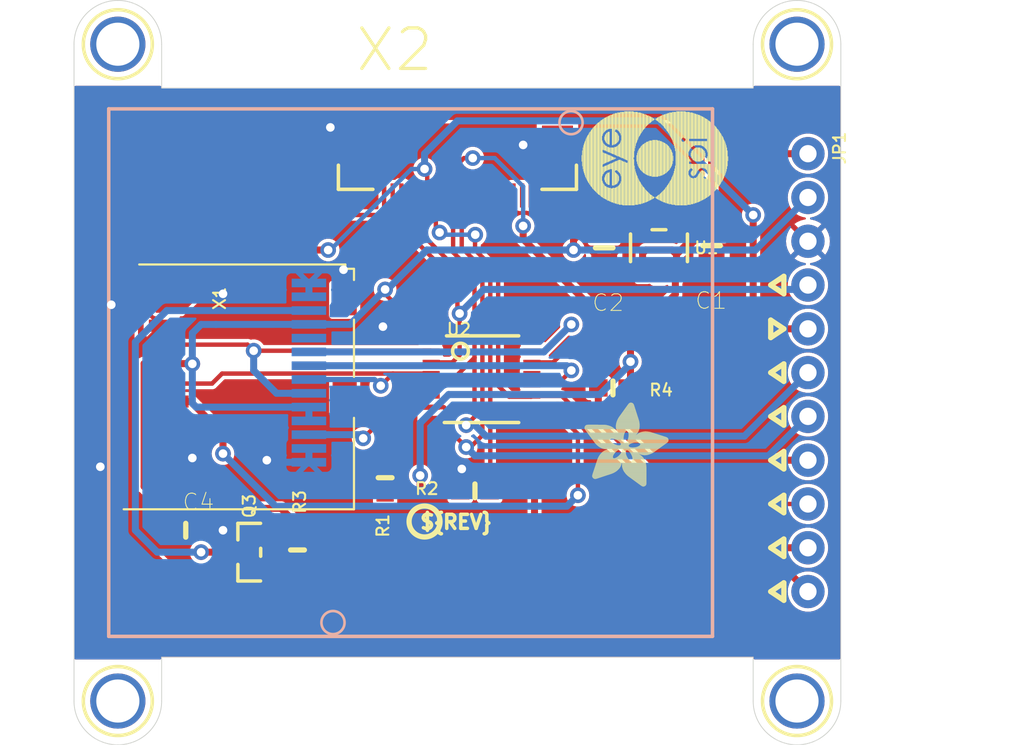
<source format=kicad_pcb>
(kicad_pcb (version 20221018) (generator pcbnew)
  (layers (0 "F.Cu" signal) (1 "In1.Cu" signal) (2 "In2.Cu" signal) (3 "In3.Cu" signal) (4 "In4.Cu" signal) (5 "In5.Cu" signal) (6 "In6.Cu" signal) (7 "In7.Cu" signal) (8 "In8.Cu" signal) (9 "In9.Cu" signal) (10 "In10.Cu" signal) (11 "In11.Cu" signal) (12 "In12.Cu" signal) (13 "In13.Cu" signal) (14 "In14.Cu" signal) (31 "B.Cu" signal) (34 "B.Paste" user) (35 "F.Paste" user) (36 "B.SilkS" user "B.Silkscreen") (37 "F.SilkS" user "F.Silkscreen") (38 "B.Mask" user) (39 "F.Mask" user) (44 "Edge.Cuts" user))
  (net 0 "")
  (net 1 "GND")
  (net 2 "SCK")
  (net 3 "SCK_3V")
  (net 4 "MOSI")
  (net 5 "MOSI_3V")
  (net 6 "MISO")
  (net 7 "+3V3")
  (net 8 "CARDCS")
  (net 9 "CARDCS_3V")
  (net 10 "N$5")
  (net 11 "LITE")
  (net 12 "TFTDC")
  (net 13 "TFTDC_3V")
  (net 14 "TFTCS_3V")
  (net 15 "TFTCS")
  (net 16 "RST_3V")
  (net 17 "VIN")
  (net 18 "TFTRST")
  (footprint "working:PLABEL15" (layer "F.Cu") (at 164.8841 95.3516)
    (fp_text reference "PLABEL15" hide)
    (fp_text value "" hide)
  )
  (footprint "working:PLABEL8" (layer "F.Cu") (at 163.4871 118.2116)
    (fp_text reference "PLABEL8" hide)
    (fp_text value "" hide)
  )
  (footprint "working:MICROSD" (layer "F.Cu") (at 134.9121 106.0196 -90)
    (fp_text reference "X1")
    (fp_text value "MICROSD")
  )
  (footprint "working:PLABEL7" (layer "F.Cu") (at 162.8521 102.9716)
    (fp_text reference "PLABEL7" hide)
    (fp_text value "" hide)
  )
  (footprint "working:MOUNTINGHOLE_2.5_PLATED" (layer "F.Cu") (at 128.8161 124.0536)
    (fp_text reference "U$8" hide)
    (fp_text value "MOUNTINGHOLE2.5" hide)
  )
  (footprint "working:0603-NO" (layer "F.Cu") (at 144.3101 111.0996 -90)
    (fp_text reference "R1")
    (fp_text value "10K")
  )
  (footprint "working:PLABEL11" (layer "F.Cu") (at 143.2941 118.7196)
    (fp_text reference "PLABEL11" hide)
    (fp_text value "" hide)
  )
  (footprint "working:PLABEL6" (layer "F.Cu") (at 163.6141 100.3046)
    (fp_text reference "PLABEL6" hide)
    (fp_text value "" hide)
  )
  (footprint "working:TSSOP16" (layer "F.Cu") (at 149.8981 105.3846 -90)
    (fp_text reference "U2")
    (fp_text value "74HC4050PWR")
  )
  (footprint "working:0805-NO" (layer "F.Cu") (at 157.0101 97.7646 -90)
    (fp_text reference "C2")
    (fp_text value "10uF")
  )
  (footprint "working:EYESPI_MINI_LOGO" (layer "F.Cu") (at 164.2491 95.3516 90)
    (fp_text reference "U$17" hide)
    (fp_text value "" hide)
  )
  (footprint "working:FIDUCIAL_1MM" (layer "F.Cu") (at 168.6941 89.7636)
    (fp_text reference "U$5" hide)
    (fp_text value "FIDUCIAL_1MM" hide)
  )
  (footprint "working:PCBFEAT-REV-040" (layer "F.Cu") (at 146.5961 113.6396)
    (fp_text reference "U$2" hide)
    (fp_text value "" hide)
  )
  (footprint "working:PLABEL2" (layer "F.Cu") (at 163.9951 113.1316)
    (fp_text reference "PLABEL2" hide)
    (fp_text value "" hide)
  )
  (footprint "working:MOUNTINGHOLE_2.5_PLATED" (layer "F.Cu") (at 168.1861 124.0536)
    (fp_text reference "U$10" hide)
    (fp_text value "MOUNTINGHOLE2.5" hide)
  )
  (footprint "working:FIDUCIAL_1MM" (layer "F.Cu") (at 168.6941 120.4976)
    (fp_text reference "U$3" hide)
    (fp_text value "FIDUCIAL_1MM" hide)
  )
  (footprint "working:MOUNTINGHOLE_2.5_PLATED" (layer "F.Cu") (at 128.8161 85.9536)
    (fp_text reference "U$7" hide)
    (fp_text value "MOUNTINGHOLE2.5" hide)
  )
  (footprint "working:SOT23-5" (layer "F.Cu") (at 160.1851 97.7646)
    (fp_text reference "U1")
    (fp_text value "AP2127K-3.3")
  )
  (footprint "working:PLABEL9" (layer "F.Cu") (at 128.9431 98.2726)
    (fp_text reference "PLABEL9" hide)
    (fp_text value "" hide)
  )
  (footprint "working:1X11_ROUND_76" (layer "F.Cu") (at 168.8211 105.0036 -90)
    (fp_text reference "JP1")
    (fp_text value "")
  )
  (footprint "working:PLABEL0" (layer "F.Cu") (at 165.6461 92.6846)
    (fp_text reference "PLABEL0" hide)
    (fp_text value "" hide)
  )
  (footprint "working:SOT23-WIDE" (layer "F.Cu") (at 136.4361 115.4176 90)
    (fp_text reference "Q3")
    (fp_text value "BSS138")
  )
  (footprint "working:0603-NO" (layer "F.Cu") (at 149.5171 111.8616 180)
    (fp_text reference "R2")
    (fp_text value "10K")
  )
  (footprint "working:PLABEL12" (layer "F.Cu") (at 127.0381 120.6246)
    (fp_text reference "PLABEL12" hide)
    (fp_text value "" hide)
  )
  (footprint "working:PLABEL3" (layer "F.Cu") (at 159.9311 115.6716)
    (fp_text reference "PLABEL3" hide)
    (fp_text value "" hide)
  )
  (footprint "working:0603-NO" (layer "F.Cu") (at 132.7531 114.1476)
    (fp_text reference "C4")
    (fp_text value "0.1uF")
  )
  (footprint "working:EYE_SPI_DISPLAY_BOTCONTACT" (layer "F.Cu") (at 148.5011 93.5736 180)
    (fp_text reference "X2")
    (fp_text value "EYE_SPI_DISPLAY_FLIP")
  )
  (footprint "working:PLABEL4" (layer "F.Cu") (at 161.2011 108.0516)
    (fp_text reference "PLABEL4" hide)
    (fp_text value "" hide)
  )
  (footprint "working:0603-NO" (layer "F.Cu") (at 139.2301 115.2906 90)
    (fp_text reference "R3")
    (fp_text value "10K")
  )
  (footprint "working:ADAFRUIT_5MM" (layer "F.Cu") (at 155.8671 111.6076)
    (fp_text reference "U$1" hide)
    (fp_text value "" hide)
  )
  (footprint "working:MOUNTINGHOLE_2.5_PLATED" (layer "F.Cu") (at 168.1861 85.9536)
    (fp_text reference "U$9" hide)
    (fp_text value "MOUNTINGHOLE2.5" hide)
  )
  (footprint "working:0603-NO" (layer "F.Cu") (at 157.5181 105.8926)
    (fp_text reference "R4")
    (fp_text value "10K")
  )
  (footprint "working:PLABEL13" (layer "F.Cu") (at 143.1671 120.8786)
    (fp_text reference "PLABEL13" hide)
    (fp_text value "" hide)
  )
  (footprint "working:FIDUCIAL_1MM" (layer "F.Cu") (at 129.5781 89.7636)
    (fp_text reference "U$4" hide)
    (fp_text value "FIDUCIAL_1MM" hide)
  )
  (footprint "working:PLABEL14" (layer "F.Cu") (at 165.1381 97.7646)
    (fp_text reference "PLABEL14" hide)
    (fp_text value "" hide)
  )
  (footprint "working:PLABEL1" (layer "F.Cu") (at 162.0901 110.5916)
    (fp_text reference "PLABEL1" hide)
    (fp_text value "" hide)
  )
  (footprint "working:PLABEL10" (layer "F.Cu") (at 143.2941 116.4336)
    (fp_text reference "PLABEL10" hide)
    (fp_text value "" hide)
  )
  (footprint "working:PLABEL5" (layer "F.Cu") (at 162.8521 105.5116)
    (fp_text reference "PLABEL5" hide)
    (fp_text value "" hide)
  )
  (footprint "working:0805-NO" (layer "F.Cu") (at 163.2331 97.6376 -90)
    (fp_text reference "C1")
    (fp_text value "10uF")
  )
  (footprint "working:PLABEL25" (layer "B.Cu") (at 167.4241 115.1636 180)
    (fp_text reference "PLABEL25" hide)
    (fp_text value "" hide)
  )
  (footprint "working:TFT_1.44IN_128_128" (layer "B.Cu") (at 127.0381 105.0036 90)
    (fp_text reference "TFT2" hide)
    (fp_text value "DISP_LCD_ST7735_1.44IN" hide)
  )
  (footprint "working:PLABEL21" (layer "B.Cu") (at 167.4241 105.0036 180)
    (fp_text reference "PLABEL21" hide)
    (fp_text value "" hide)
  )
  (footprint "working:PLABEL26" (layer "B.Cu") (at 167.4241 117.7036 180)
    (fp_text reference "PLABEL26" hide)
    (fp_text value "" hide)
  )
  (footprint "working:PLABEL16" (layer "B.Cu") (at 167.4241 92.3036 180)
    (fp_text reference "PLABEL16" hide)
    (fp_text value "" hide)
  )
  (footprint "working:PLABEL24" (layer "B.Cu") (at 167.4241 112.6236 180)
    (fp_text reference "PLABEL24" hide)
    (fp_text value "" hide)
  )
  (footprint "working:PLABEL17" (layer "B.Cu") (at 167.4241 94.8436 180)
    (fp_text reference "PLABEL17" hide)
    (fp_text value "" hide)
  )
  (footprint "working:PLABEL18" (layer "B.Cu") (at 167.4241 97.3836 180)
    (fp_text reference "PLABEL18" hide)
    (fp_text value "" hide)
  )
  (footprint "working:PLABEL22" (layer "B.Cu") (at 167.4241 107.5436 180)
    (fp_text reference "PLABEL22" hide)
    (fp_text value "" hide)
  )
  (footprint "working:PLABEL23" (layer "B.Cu") (at 167.4241 110.0836 180)
    (fp_text reference "PLABEL23" hide)
    (fp_text value "" hide)
  )
  (footprint "working:PLABEL19" (layer "B.Cu") (at 167.4241 99.9236 180)
    (fp_text reference "PLABEL19" hide)
    (fp_text value "" hide)
  )
  (footprint "working:PLABEL20" (layer "B.Cu") (at 167.4241 102.4636 180)
    (fp_text reference "PLABEL20" hide)
    (fp_text value "" hide)
  )
  (gr_line (start 167.4241 117.1956) (end 167.4241 118.2116) (stroke (width 0.3048)) (layer "F.SilkS"))
  (gr_line (start 166.6621 99.9236) (end 167.4241 99.4156) (stroke (width 0.3048)) (layer "F.SilkS"))
  (gr_line (start 166.6621 115.1636) (end 167.4241 115.6716) (stroke (width 0.3048)) (layer "F.SilkS"))
  (gr_line (start 167.4241 108.0516) (end 167.4241 107.0356) (stroke (width 0.3048)) (layer "F.SilkS"))
  (gr_line (start 166.6621 110.0836) (end 167.4241 110.5916) (stroke (width 0.3048)) (layer "F.SilkS"))
  (gr_line (start 167.4241 113.1316) (end 167.4241 112.1156) (stroke (width 0.3048)) (layer "F.SilkS"))
  (gr_line (start 167.4241 102.4636) (end 166.6621 101.9556) (stroke (width 0.3048)) (layer "F.SilkS"))
  (gr_line (start 166.6621 117.7036) (end 167.4241 117.1956) (stroke (width 0.3048)) (layer "F.SilkS"))
  (gr_line (start 167.4241 118.2116) (end 166.6621 117.7036) (stroke (width 0.3048)) (layer "F.SilkS"))
  (gr_line (start 166.6621 101.9556) (end 166.6621 102.9716) (stroke (width 0.3048)) (layer "F.SilkS"))
  (gr_line (start 166.6621 102.9716) (end 167.4241 102.4636) (stroke (width 0.3048)) (layer "F.SilkS"))
  (gr_line (start 167.4241 105.5116) (end 167.4241 104.4956) (stroke (width 0.3048)) (layer "F.SilkS"))
  (gr_line (start 166.6621 112.6236) (end 167.4241 113.1316) (stroke (width 0.3048)) (layer "F.SilkS"))
  (gr_line (start 166.6621 107.5436) (end 167.4241 108.0516) (stroke (width 0.3048)) (layer "F.SilkS"))
  (gr_line (start 166.6621 105.0036) (end 167.4241 105.5116) (stroke (width 0.3048)) (layer "F.SilkS"))
  (gr_line (start 167.4241 99.4156) (end 167.4241 100.4316) (stroke (width 0.3048)) (layer "F.SilkS"))
  (gr_line (start 167.4241 112.1156) (end 166.6621 112.6236) (stroke (width 0.3048)) (layer "F.SilkS"))
  (gr_line (start 167.4241 115.6716) (end 167.4241 114.6556) (stroke (width 0.3048)) (layer "F.SilkS"))
  (gr_line (start 167.4241 100.4316) (end 166.6621 99.9236) (stroke (width 0.3048)) (layer "F.SilkS"))
  (gr_line (start 167.4241 107.0356) (end 166.6621 107.5436) (stroke (width 0.3048)) (layer "F.SilkS"))
  (gr_line (start 167.4241 114.6556) (end 166.6621 115.1636) (stroke (width 0.3048)) (layer "F.SilkS"))
  (gr_line (start 167.4241 110.5916) (end 167.4241 109.5756) (stroke (width 0.3048)) (layer "F.SilkS"))
  (gr_line (start 167.4241 109.5756) (end 166.6621 110.0836) (stroke (width 0.3048)) (layer "F.SilkS"))
  (gr_line (start 167.4241 104.4956) (end 166.6621 105.0036) (stroke (width 0.3048)) (layer "F.SilkS"))
  (gr_arc (start 126.2761 85.9536) (mid 127.020049 84.157549) (end 128.8161 83.4136) (stroke (width 0.05)) (layer "Edge.Cuts"))
  (gr_arc (start 128.8161 83.4136) (mid 130.612151 84.157549) (end 131.3561 85.9536) (stroke (width 0.05)) (layer "Edge.Cuts"))
  (gr_arc (start 168.1861 83.4136) (mid 169.982151 84.157549) (end 170.7261 85.9536) (stroke (width 0.05)) (layer "Edge.Cuts"))
  (gr_line (start 165.6461 88.4936) (end 131.3561 88.4936) (stroke (width 0.05)) (layer "Edge.Cuts"))
  (gr_line (start 170.7261 124.0536) (end 170.7261 85.9536) (stroke (width 0.05)) (layer "Edge.Cuts"))
  (gr_line (start 131.3561 88.4936) (end 131.3561 85.9536) (stroke (width 0.05)) (layer "Edge.Cuts"))
  (gr_arc (start 170.7261 124.0536) (mid 169.982151 125.849651) (end 168.1861 126.5936) (stroke (width 0.05)) (layer "Edge.Cuts"))
  (gr_line (start 165.6461 85.9536) (end 165.6461 88.4936) (stroke (width 0.05)) (layer "Edge.Cuts"))
  (gr_arc (start 128.8161 126.5936) (mid 127.020049 125.849651) (end 126.2761 124.0536) (stroke (width 0.05)) (layer "Edge.Cuts"))
  (gr_line (start 165.6461 121.5136) (end 165.6461 124.0536) (stroke (width 0.05)) (layer "Edge.Cuts"))
  (gr_line (start 131.3561 124.0536) (end 131.3561 121.5136) (stroke (width 0.05)) (layer "Edge.Cuts"))
  (gr_arc (start 131.3561 124.0536) (mid 130.612151 125.849651) (end 128.8161 126.5936) (stroke (width 0.05)) (layer "Edge.Cuts"))
  (gr_line (start 131.3561 121.5136) (end 165.6461 121.5136) (stroke (width 0.05)) (layer "Edge.Cuts"))
  (gr_arc (start 168.1861 126.5936) (mid 166.390049 125.849651) (end 165.6461 124.0536) (stroke (width 0.05)) (layer "Edge.Cuts"))
  (gr_arc (start 165.6461 85.9536) (mid 166.390049 84.157549) (end 168.1861 83.4136) (stroke (width 0.05)) (layer "Edge.Cuts"))
  (gr_line (start 126.2761 85.9536) (end 126.2761 124.0536) (stroke (width 0.05)) (layer "Edge.Cuts"))
  (via (at 148.7551 110.5916) (size 0.9064) (drill 0.5) (layers "F.Cu" "B.Cu") (net 1))
  (via (at 137.4521 110.0836) (size 0.9064) (drill 0.5) (layers "F.Cu" "B.Cu") (net 1))
  (via (at 134.9121 114.1476) (size 0.9064) (drill 0.5) (layers "F.Cu" "B.Cu") (net 1))
  (via (at 133.1341 109.9566) (size 0.9064) (drill 0.5) (layers "F.Cu" "B.Cu") (net 1))
  (via (at 144.1831 102.3366) (size 0.9064) (drill 0.5) (layers "F.Cu" "B.Cu") (net 1))
  (via (at 127.8001 110.4646) (size 0.9064) (drill 0.5) (layers "F.Cu" "B.Cu") (net 1))
  (via (at 134.9121 100.4316) (size 0.9064) (drill 0.5) (layers "F.Cu" "B.Cu") (net 1))
  (via (at 141.1351 90.7796) (size 0.9064) (drill 0.5) (layers "F.Cu" "B.Cu") (net 1))
  (via (at 128.4351 101.0666) (size 0.9064) (drill 0.5) (layers "F.Cu" "B.Cu") (net 1))
  (via (at 141.8971 99.0346) (size 0.9064) (drill 0.5) (layers "F.Cu" "B.Cu") (net 1))
  (via (at 152.3111 91.7956) (size 0.9064) (drill 0.5) (layers "F.Cu" "B.Cu") (net 1))
  (segment (start 137.5721 110.2036) (end 137.4521 110.0836) (width 0.4064) (layer "B.Cu") (net 1))
  (segment (start 139.8931 110.2036) (end 139.8931 109.4036) (width 0.4064) (layer "B.Cu") (net 1))
  (segment (start 139.8931 99.8036) (end 139.8931 100.6036) (width 0.4064) (layer "B.Cu") (net 1))
  (segment (start 139.8931 110.2036) (end 137.5721 110.2036) (width 0.4064) (layer "B.Cu") (net 1))
  (segment (start 148.5011 101.4476) (end 148.6281 101.5746) (width 0.254) (layer "F.Cu") (net 2))
  (segment (start 145.7511 94.7276) (end 145.7511 97.0466) (width 0.254) (layer "F.Cu") (net 2))
  (segment (start 146.9803 104.4096) (end 148.2061 104.4096) (width 0.254) (layer "F.Cu") (net 2))
  (segment (start 148.6281 103.9876) (end 148.6281 101.5746) (width 0.254) (layer "F.Cu") (net 2))
  (segment (start 148.5011 99.7966) (end 148.5011 101.4476) (width 0.254) (layer "F.Cu") (net 2))
  (segment (start 145.7511 97.0466) (end 148.5011 99.7966) (width 0.254) (layer "F.Cu") (net 2))
  (segment (start 148.2061 104.4096) (end 148.6281 103.9876) (width 0.254) (layer "F.Cu") (net 2))
  (via (at 148.6281 101.5746) (size 0.9064) (drill 0.5) (layers "F.Cu" "B.Cu") (net 2))
  (segment (start 168.8211 99.9236) (end 168.5671 100.1776) (width 0.4064) (layer "B.Cu") (net 2))
  (segment (start 168.5671 100.1776) (end 150.0251 100.1776) (width 0.4064) (layer "B.Cu") (net 2))
  (segment (start 148.6281 101.5746) (end 150.0251 100.1776) (width 0.4064) (layer "B.Cu") (net 2))
  (segment (start 136.6901 103.7336) (end 146.9543 103.7336) (width 0.254) (layer "F.Cu") (net 3))
  (segment (start 131.7651 103.3806) (end 136.3371 103.3806) (width 0.254) (layer "F.Cu") (net 3))
  (segment (start 146.9543 103.7336) (end 146.9803 103.7596) (width 0.254) (layer "F.Cu") (net 3))
  (segment (start 136.3371 103.3806) (end 136.6901 103.7336) (width 0.254) (layer "F.Cu") (net 3))
  (via (at 136.6901 103.7336) (size 0.9064) (drill 0.5) (layers "F.Cu" "B.Cu") (net 3))
  (segment (start 136.6901 104.8766) (end 136.6901 103.7336) (width 0.4064) (layer "B.Cu") (net 3))
  (segment (start 139.8931 106.2036) (end 138.0171 106.2036) (width 0.4064) (layer "B.Cu") (net 3))
  (segment (start 138.0171 106.2036) (end 136.6901 104.8766) (width 0.4064) (layer "B.Cu") (net 3))
  (segment (start 146.2511 94.7276) (end 146.2511 96.7846) (width 0.254) (layer "F.Cu") (net 4))
  (segment (start 149.4917 104.14) (end 149.4917 107.569) (width 0.254) (layer "F.Cu") (net 4))
  (segment (start 146.2511 96.7846) (end 149.4917 100.0252) (width 0.254) (layer "F.Cu") (net 4))
  (segment (start 146.9803 105.7096) (end 147.9221 105.7096) (width 0.254) (layer "F.Cu") (net 4))
  (segment (start 149.4917 107.569) (end 149.0091 108.0516) (width 0.254) (layer "F.Cu") (net 4))
  (segment (start 149.4917 100.0252) (end 149.4917 104.14) (width 0.254) (layer "F.Cu") (net 4))
  (segment (start 149.4917 104.14) (end 147.9221 105.7096) (width 0.254) (layer "F.Cu") (net 4))
  (via (at 149.0091 108.0516) (size 0.9064) (drill 0.5) (layers "F.Cu" "B.Cu") (net 4))
  (segment (start 168.8211 105.0036) (end 165.1381 108.6866) (width 0.4064) (layer "B.Cu") (net 4))
  (segment (start 165.1381 108.6866) (end 150.1521 108.6866) (width 0.4064) (layer "B.Cu") (net 4))
  (segment (start 149.5171 108.0516) (end 149.0091 108.0516) (width 0.4064) (layer "B.Cu") (net 4))
  (segment (start 150.1521 108.6866) (end 149.5171 108.0516) (width 0.4064) (layer "B.Cu") (net 4))
  (segment (start 131.8231 105.6386) (end 131.7651 105.5806) (width 0.254) (layer "F.Cu") (net 5))
  (segment (start 134.8561 105.0596) (end 134.2771 105.6386) (width 0.254) (layer "F.Cu") (net 5))
  (segment (start 144.7621 105.0596) (end 134.8561 105.0596) (width 0.254) (layer "F.Cu") (net 5))
  (segment (start 134.2771 105.6386) (end 131.8231 105.6386) (width 0.254) (layer "F.Cu") (net 5))
  (segment (start 144.7621 105.0596) (end 144.0561 105.7656) (width 0.254) (layer "F.Cu") (net 5))
  (segment (start 146.9803 105.0596) (end 144.7621 105.0596) (width 0.254) (layer "F.Cu") (net 5))
  (via (at 144.0561 105.7656) (size 0.9064) (drill 0.5) (layers "F.Cu" "B.Cu") (net 5))
  (segment (start 139.8931 105.4036) (end 140.7541 105.4036) (width 0.4064) (layer "B.Cu") (net 5))
  (segment (start 140.7541 105.4036) (end 143.6941 105.4036) (width 0.3048) (layer "B.Cu") (net 5))
  (segment (start 143.6941 105.4036) (end 144.0561 105.7656) (width 0.3048) (layer "B.Cu") (net 5))
  (segment (start 135.9281 97.8916) (end 132.6391 101.1806) (width 0.4064) (layer "F.Cu") (net 6))
  (segment (start 146.7511 93.3476) (end 146.5961 93.1926) (width 0.254) (layer "F.Cu") (net 6))
  (segment (start 131.7651 101.1806) (end 132.6391 101.1806) (width 0.4064) (layer "F.Cu") (net 6))
  (segment (start 146.7511 94.7276) (end 146.7511 93.3476) (width 0.254) (layer "F.Cu") (net 6))
  (segment (start 166.9161 102.4636) (end 165.6461 101.1936) (width 0.4064) (layer "F.Cu") (net 6))
  (segment (start 168.8211 102.4636) (end 166.9161 102.4636) (width 0.4064) (layer "F.Cu") (net 6))
  (segment (start 165.6461 101.1936) (end 165.6461 95.8596) (width 0.4064) (layer "F.Cu") (net 6))
  (segment (start 141.0081 97.8916) (end 135.9281 97.8916) (width 0.4064) (layer "F.Cu") (net 6))
  (via (at 141.0081 97.8916) (size 0.9064) (drill 0.5) (layers "F.Cu" "B.Cu") (net 6))
  (via (at 165.6461 95.8596) (size 0.9064) (drill 0.5) (layers "F.Cu" "B.Cu") (net 6))
  (via (at 146.5961 93.1926) (size 0.9064) (drill 0.5) (layers "F.Cu" "B.Cu") (net 6))
  (segment (start 146.5961 92.3036) (end 146.5961 93.1926) (width 0.4064) (layer "B.Cu") (net 6))
  (segment (start 148.5011 90.3986) (end 146.5961 92.3036) (width 0.4064) (layer "B.Cu") (net 6))
  (segment (start 146.5961 93.1926) (end 145.8341 93.1926) (width 0.254) (layer "B.Cu") (net 6))
  (segment (start 165.6461 95.8596) (end 160.1851 90.3986) (width 0.4064) (layer "B.Cu") (net 6))
  (segment (start 141.1351 97.8916) (end 141.0081 97.8916) (width 0.254) (layer "B.Cu") (net 6))
  (segment (start 160.1851 90.3986) (end 148.5011 90.3986) (width 0.4064) (layer "B.Cu") (net 6))
  (segment (start 145.8341 93.1926) (end 141.1351 97.8916) (width 0.254) (layer "B.Cu") (net 6))
  (segment (start 130.3401 111.6076) (end 131.6101 112.8776) (width 0.4064) (layer "F.Cu") (net 7))
  (segment (start 158.8851 96.8146) (end 157.0101 96.8146) (width 0.4064) (layer "F.Cu") (net 7))
  (segment (start 131.3651 104.4806) (end 130.3401 104.4806) (width 0.4064) (layer "F.Cu") (net 7))
  (segment (start 133.1491 104.4806) (end 133.1341 104.4956) (width 0.4064) (layer "F.Cu") (net 7))
  (segment (start 138.2751 112.8776) (end 131.898928 112.8776) (width 0.4064) (layer "F.Cu") (net 7))
  (segment (start 159.2351 96.4645) (end 159.2351 96.4646) (width 0.4064) (layer "F.Cu") (net 7))
  (segment (start 155.2321 97.3051) (end 155.2321 97.8916) (width 0.4064) (layer "F.Cu") (net 7))
  (segment (start 131.9031 112.884125) (end 131.9031 114.1476) (width 0.4064) (layer "F.Cu") (net 7))
  (segment (start 146.9803 103.1096) (end 144.3101 100.4394) (width 0.254) (layer "F.Cu") (net 7))
  (segment (start 139.2301 114.4406) (end 139.2301 113.8326) (width 0.4064) (layer "F.Cu") (net 7))
  (segment (start 130.3401 111.6076) (end 130.3401 104.4806) (width 0.4064) (layer "F.Cu") (net 7))
  (segment (start 159.2351 96.4646) (end 158.8851 96.8146) (width 0.4064) (layer "F.Cu") (net 7))
  (segment (start 131.3651 104.4806) (end 133.1491 104.4806) (width 0.4064) (layer "F.Cu") (net 7))
  (segment (start 131.6101 112.8776) (end 131.898928 112.8776) (width 0.4064) (layer "F.Cu") (net 7))
  (segment (start 155.7226 96.8146) (end 155.2321 97.3051) (width 0.4064) (layer "F.Cu") (net 7))
  (segment (start 144.3101 100.4394) (end 144.3101 100.1776) (width 0.254) (layer "F.Cu") (net 7))
  (segment (start 157.0101 96.8146) (end 155.7226 96.8146) (width 0.4064) (layer "F.Cu") (net 7))
  (segment (start 131.9031 112.884125) (end 131.898928 112.8776) (width 0.4064) (layer "F.Cu") (net 7))
  (segment (start 139.2301 113.8326) (end 138.2751 112.8776) (width 0.4064) (layer "F.Cu") (net 7))
  (via (at 144.3101 100.1776) (size 0.9064) (drill 0.5) (layers "F.Cu" "B.Cu") (net 7))
  (via (at 155.2321 97.8916) (size 0.9064) (drill 0.5) (layers "F.Cu" "B.Cu") (net 7))
  (via (at 133.1341 104.4956) (size 0.9064) (drill 0.5) (layers "F.Cu" "B.Cu") (net 7))
  (segment (start 134.5061 102.2096) (end 139.8931 102.2036) (width 0.4064) (layer "B.Cu") (net 7))
  (segment (start 165.7731 97.8916) (end 155.2321 97.8916) (width 0.4064) (layer "B.Cu") (net 7))
  (segment (start 144.3101 100.1776) (end 144.4371 100.1776) (width 0.4064) (layer "B.Cu") (net 7))
  (segment (start 139.8931 107.0036) (end 133.3561 107.0036) (width 0.4064) (layer "B.Cu") (net 7))
  (segment (start 133.1341 102.7176) (end 133.6421 102.2096) (width 0.4064) (layer "B.Cu") (net 7))
  (segment (start 133.6421 102.2096) (end 134.5061 102.2096) (width 0.4064) (layer "B.Cu") (net 7))
  (segment (start 133.1341 104.4956) (end 133.1341 102.7176) (width 0.4064) (layer "B.Cu") (net 7))
  (segment (start 133.3561 107.0036) (end 133.1341 106.7816) (width 0.4064) (layer "B.Cu") (net 7))
  (segment (start 146.7231 97.8916) (end 144.4371 100.1776) (width 0.4064) (layer "B.Cu") (net 7))
  (segment (start 139.8931 107.0036) (end 139.8931 107.8036) (width 0.4064) (layer "B.Cu") (net 7))
  (segment (start 165.7731 97.8916) (end 168.8211 94.8436) (width 0.4064) (layer "B.Cu") (net 7))
  (segment (start 144.3101 100.1776) (end 142.2841 102.2036) (width 0.4064) (layer "B.Cu") (net 7))
  (segment (start 142.2841 102.2036) (end 139.8931 102.2036) (width 0.4064) (layer "B.Cu") (net 7))
  (segment (start 133.1341 106.7816) (end 133.1341 104.4956) (width 0.4064) (layer "B.Cu") (net 7))
  (segment (start 155.2321 97.8916) (end 146.7231 97.8916) (width 0.4064) (layer "B.Cu") (net 7))
  (segment (start 152.8445 111.8616) (end 152.9715 111.9886) (width 0.4064) (layer "F.Cu") (net 8))
  (segment (start 150.4061 107.6706) (end 150.4061 111.8226) (width 0.254) (layer "F.Cu") (net 8))
  (segment (start 150.3671 111.8616) (end 152.8445 111.8616) (width 0.4064) (layer "F.Cu") (net 8))
  (segment (start 152.9715 114.173) (end 153.9621 115.1636) (width 0.4064) (layer "F.Cu") (net 8))
  (segment (start 150.4061 99.4156) (end 150.4061 107.6706) (width 0.254) (layer "F.Cu") (net 8))
  (segment (start 152.8159 107.6596) (end 152.8049 107.6706) (width 0.254) (layer "F.Cu") (net 8))
  (segment (start 148.7511 97.7606) (end 150.4061 99.4156) (width 0.254) (layer "F.Cu") (net 8))
  (segment (start 152.9715 111.9886) (end 152.9715 114.173) (width 0.4064) (layer "F.Cu") (net 8))
  (segment (start 153.9621 115.1636) (end 168.8211 115.1636) (width 0.4064) (layer "F.Cu") (net 8))
  (segment (start 148.7511 94.7276) (end 148.7511 97.7606) (width 0.254) (layer "F.Cu") (net 8))
  (segment (start 150.4061 111.8226) (end 150.3671 111.8616) (width 0.254) (layer "F.Cu") (net 8))
  (segment (start 152.8049 107.6706) (end 150.4061 107.6706) (width 0.254) (layer "F.Cu") (net 8))
  (segment (start 155.4861 108.5596) (end 155.4861 112.1156) (width 0.254) (layer "F.Cu") (net 9))
  (segment (start 152.8159 107.0096) (end 153.9361 107.0096) (width 0.254) (layer "F.Cu") (net 9))
  (segment (start 134.9121 108.5596) (end 133.0331 106.6806) (width 0.4064) (layer "F.Cu") (net 9))
  (segment (start 153.9361 107.0096) (end 155.4861 108.5596) (width 0.254) (layer "F.Cu") (net 9))
  (segment (start 134.9121 108.5596) (end 134.9121 109.7026) (width 0.4064) (layer "F.Cu") (net 9))
  (segment (start 132.1651 106.6806) (end 133.0331 106.6806) (width 0.4064) (layer "F.Cu") (net 9))
  (via (at 134.9121 109.7026) (size 0.9064) (drill 0.5) (layers "F.Cu" "B.Cu") (net 9))
  (via (at 155.4861 112.1156) (size 0.9064) (drill 0.5) (layers "F.Cu" "B.Cu") (net 9))
  (segment (start 154.8511 112.7506) (end 155.4861 112.1156) (width 0.4064) (layer "B.Cu") (net 9))
  (segment (start 137.9601 112.7506) (end 134.9121 109.7026) (width 0.4064) (layer "B.Cu") (net 9))
  (segment (start 154.8511 112.7506) (end 137.9601 112.7506) (width 0.4064) (layer "B.Cu") (net 9))
  (segment (start 135.4361 115.4176) (end 133.6421 115.4176) (width 0.4064) (layer "F.Cu") (net 10))
  (via (at 133.6421 115.4176) (size 0.9064) (drill 0.5) (layers "F.Cu" "B.Cu") (net 10))
  (segment (start 131.6541 101.4036) (end 139.8931 101.4036) (width 0.4064) (layer "B.Cu") (net 10))
  (segment (start 129.8321 103.2256) (end 129.8321 114.1476) (width 0.4064) (layer "B.Cu") (net 10))
  (segment (start 131.1021 115.4176) (end 133.6421 115.4176) (width 0.4064) (layer "B.Cu") (net 10))
  (segment (start 129.8321 103.2256) (end 131.6541 101.4036) (width 0.4064) (layer "B.Cu") (net 10))
  (segment (start 129.8321 114.1476) (end 131.1021 115.4176) (width 0.4064) (layer "B.Cu") (net 10))
  (segment (start 137.4361 116.3676) (end 138.9811 116.3676) (width 0.4064) (layer "F.Cu") (net 11))
  (segment (start 138.99734 116.37336) (end 139.2301 116.1406) (width 0.4064) (layer "F.Cu") (net 11))
  (segment (start 144.5641 95.8596) (end 140.6271 95.8596) (width 0.254) (layer "F.Cu") (net 11))
  (segment (start 134.1501 95.8596) (end 140.6271 95.8596) (width 0.4064) (layer "F.Cu") (net 11))
  (segment (start 130.3401 100.6856) (end 130.3401 99.6696) (width 0.4064) (layer "F.Cu") (net 11))
  (segment (start 130.3401 99.6696) (end 134.1501 95.8596) (width 0.4064) (layer "F.Cu") (net 11))
  (segment (start 144.7511 94.7276) (end 144.7511 95.6726) (width 0.254) (layer "F.Cu") (net 11))
  (segment (start 138.99734 116.37336) (end 138.9811 116.3676) (width 0.4064) (layer "F.Cu") (net 11))
  (segment (start 129.5781 114.2746) (end 129.5781 101.4476) (width 0.4064) (layer "F.Cu") (net 11))
  (segment (start 139.479459 116.17496) (end 139.2301 116.1406) (width 0.4064) (layer "F.Cu") (net 11))
  (segment (start 131.6711 116.3676) (end 129.5781 114.2746) (width 0.4064) (layer "F.Cu") (net 11))
  (segment (start 144.7511 95.6726) (end 144.5641 95.8596) (width 0.254) (layer "F.Cu") (net 11))
  (segment (start 167.5511 116.4336) (end 139.7381 116.4336) (width 0.4064) (layer "F.Cu") (net 11))
  (segment (start 129.5781 101.4476) (end 130.3401 100.6856) (width 0.4064) (layer "F.Cu") (net 11))
  (segment (start 167.5511 116.4336) (end 168.8211 117.7036) (width 0.4064) (layer "F.Cu") (net 11))
  (segment (start 137.4361 116.3676) (end 131.6711 116.3676) (width 0.4064) (layer "F.Cu") (net 11))
  (segment (start 139.7381 116.4336) (end 139.479459 116.17496) (width 0.4064) (layer "F.Cu") (net 11))
  (segment (start 160.8201 112.6236) (end 168.8211 112.6236) (width 0.254) (layer "F.Cu") (net 12))
  (segment (start 150.8633 105.7656) (end 150.8633 99.226219) (width 0.254) (layer "F.Cu") (net 12))
  (segment (start 150.8633 99.226219) (end 149.52289 97.88581) (width 0.254) (layer "F.Cu") (net 12))
  (segment (start 147.4677 96.8756) (end 147.2511 96.659) (width 0.254) (layer "F.Cu") (net 12))
  (segment (start 154.5561 106.3596) (end 160.8201 112.6236) (width 0.254) (layer "F.Cu") (net 12))
  (segment (start 147.2511 96.659) (end 147.2511 94.7276) (width 0.254) (layer "F.Cu") (net 12))
  (segment (start 151.4983 106.4006) (end 152.7749 106.4006) (width 0.254) (layer "F.Cu") (net 12))
  (segment (start 149.52289 97.01421) (end 149.5345 97.0026) (width 0.254) (layer "F.Cu") (net 12))
  (segment (start 149.52289 97.88581) (end 149.52289 97.01421) (width 0.254) (layer "F.Cu") (net 12))
  (segment (start 152.7749 106.4006) (end 152.8159 106.3596) (width 0.254) (layer "F.Cu") (net 12))
  (segment (start 150.8633 105.7656) (end 151.4983 106.4006) (width 0.254) (layer "F.Cu") (net 12))
  (segment (start 152.8159 106.3596) (end 154.5561 106.3596) (width 0.254) (layer "F.Cu") (net 12))
  (via (at 149.5345 97.0026) (size 0.9064) (drill 0.5) (layers "F.Cu" "B.Cu") (net 12))
  (via (at 147.4677 96.8756) (size 0.9064) (drill 0.5) (layers "F.Cu" "B.Cu") (net 12))
  (segment (start 149.5345 97.0026) (end 147.5947 97.0026) (width 0.254) (layer "B.Cu") (net 12))
  (segment (start 147.4677 96.8756) (end 147.5947 97.0026) (width 0.254) (layer "B.Cu") (net 12))
  (segment (start 152.8159 105.7096) (end 154.2721 105.7096) (width 0.254) (layer "F.Cu") (net 13))
  (segment (start 154.2721 105.7096) (end 155.1051 104.8766) (width 0.254) (layer "F.Cu") (net 13))
  (via (at 155.1051 104.8766) (size 0.9064) (drill 0.5) (layers "F.Cu" "B.Cu") (net 13))
  (segment (start 155.1051 104.8766) (end 154.8321 104.6036) (width 0.4064) (layer "B.Cu") (net 13))
  (segment (start 154.8321 104.6036) (end 139.8931 104.6036) (width 0.4064) (layer "B.Cu") (net 13))
  (segment (start 146.9803 106.3596) (end 145.4941 106.3596) (width 0.254) (layer "F.Cu") (net 14))
  (segment (start 145.4941 106.3596) (end 143.0401 108.8136) (width 0.254) (layer "F.Cu") (net 14))
  (via (at 143.0401 108.8136) (size 0.9064) (drill 0.5) (layers "F.Cu" "B.Cu") (net 14))
  (segment (start 139.8931 108.6036) (end 142.8301 108.6036) (width 0.4064) (layer "B.Cu") (net 14))
  (segment (start 142.8301 108.6036) (end 143.0401 108.8136) (width 0.4064) (layer "B.Cu") (net 14))
  (segment (start 145.6061 107.0096) (end 146.9803 107.0096) (width 0.254) (layer "F.Cu") (net 15))
  (segment (start 146.9803 107.0096) (end 147.7131 107.0096) (width 0.254) (layer "F.Cu") (net 15))
  (segment (start 149.9489 99.7204) (end 149.9489 108.6358) (width 0.254) (layer "F.Cu") (net 15))
  (segment (start 149.2631 109.3216) (end 149.0091 109.3216) (width 0.254) (layer "F.Cu") (net 15))
  (segment (start 147.9931 107.2896) (end 147.9931 108.3056) (width 0.254) (layer "F.Cu") (net 15))
  (segment (start 147.7131 107.0096) (end 147.9931 107.2896) (width 0.254) (layer "F.Cu") (net 15))
  (segment (start 148.2511 98.0226) (end 149.9489 99.7204) (width 0.254) (layer "F.Cu") (net 15))
  (segment (start 148.2511 94.7276) (end 148.2511 98.0226) (width 0.254) (layer "F.Cu") (net 15))
  (segment (start 147.9931 108.3056) (end 149.0091 109.3216) (width 0.254) (layer "F.Cu") (net 15))
  (segment (start 144.3101 110.2496) (end 144.3101 108.3056) (width 0.254) (layer "F.Cu") (net 15))
  (segment (start 149.9489 108.6358) (end 149.2631 109.3216) (width 0.254) (layer "F.Cu") (net 15))
  (segment (start 144.3101 108.3056) (end 145.6061 107.0096) (width 0.254) (layer "F.Cu") (net 15))
  (via (at 149.0091 109.3216) (size 0.9064) (drill 0.5) (layers "F.Cu" "B.Cu") (net 15))
  (segment (start 149.5171 109.8296) (end 149.0091 109.3216) (width 0.4064) (layer "B.Cu") (net 15))
  (segment (start 166.5351 109.8296) (end 149.5171 109.8296) (width 0.4064) (layer "B.Cu") (net 15))
  (segment (start 168.8211 107.5436) (end 166.5351 109.8296) (width 0.4064) (layer "B.Cu") (net 15))
  (segment (start 153.5551 103.7596) (end 155.1051 102.2096) (width 0.254) (layer "F.Cu") (net 16))
  (segment (start 152.8159 103.7596) (end 153.5551 103.7596) (width 0.254) (layer "F.Cu") (net 16))
  (via (at 155.1051 102.2096) (size 0.9064) (drill 0.5) (layers "F.Cu" "B.Cu") (net 16))
  (segment (start 153.5111 103.8036) (end 139.8931 103.8036) (width 0.4064) (layer "B.Cu") (net 16))
  (segment (start 153.5111 103.8036) (end 155.1051 102.2096) (width 0.4064) (layer "B.Cu") (net 16))
  (segment (start 163.6141 92.3036) (end 163.2331 91.9226) (width 0.4064) (layer "F.Cu") (net 17))
  (segment (start 161.1351 99.0647) (end 161.1351 100.4617) (width 0.4064) (layer "F.Cu") (net 17))
  (segment (start 159.4231 97.8916) (end 160.9471 97.8916) (width 0.4064) (layer "F.Cu") (net 17))
  (segment (start 161.1351 99.0647) (end 161.1351 98.7196) (width 0.4064) (layer "F.Cu") (net 17))
  (segment (start 158.5341 104.3686) (end 158.5341 105.7266) (width 0.4064) (layer "F.Cu") (net 17))
  (segment (start 161.1351 98.7196) (end 161.2011 98.6536) (width 0.4064) (layer "F.Cu") (net 17))
  (segment (start 163.2331 91.9226) (end 161.4551 90.1446) (width 0.4064) (layer "F.Cu") (net 17))
  (segment (start 146.3421 111.8616) (end 144.3981 111.8616) (width 0.4064) (layer "F.Cu") (net 17))
  (segment (start 161.1351 100.4617) (end 158.5341 103.0627) (width 0.4064) (layer "F.Cu") (net 17))
  (segment (start 168.8211 92.3036) (end 163.6141 92.3036) (width 0.4064) (layer "F.Cu") (net 17))
  (segment (start 161.9631 97.6376) (end 161.7091 97.6376) (width 0.4064) (layer "F.Cu") (net 17))
  (segment (start 160.9471 97.8916) (end 161.2011 98.1456) (width 0.4064) (layer "F.Cu") (net 17))
  (segment (start 144.2511 91.3466) (end 145.4531 90.1446) (width 0.4064) (layer "F.Cu") (net 17))
  (segment (start 163.2331 96.6876) (end 163.1721 96.7486) (width 0.4064) (layer "F.Cu") (net 17))
  (segment (start 161.7091 97.6376) (end 161.2011 98.1456) (width 0.4064) (layer "F.Cu") (net 17))
  (segment (start 145.4531 90.1446) (end 161.4551 90.1446) (width 0.4064) (layer "F.Cu") (net 17))
  (segment (start 163.2331 96.6876) (end 163.2331 91.9226) (width 0.4064) (layer "F.Cu") (net 17))
  (segment (start 161.9631 97.6376) (end 162.8521 96.7486) (width 0.4064) (layer "F.Cu") (net 17))
  (segment (start 158.5341 103.0627) (end 158.5341 104.3686) (width 0.4064) (layer "F.Cu") (net 17))
  (segment (start 144.2511 94.7276) (end 144.2511 91.3466) (width 0.254) (layer "F.Cu") (net 17))
  (segment (start 158.5341 105.7266) (end 158.3681 105.8926) (width 0.4064) (layer "F.Cu") (net 17))
  (segment (start 163.1721 96.7486) (end 162.8521 96.7486) (width 0.4064) (layer "F.Cu") (net 17))
  (segment (start 159.2351 98.0796) (end 159.2351 99.0647) (width 0.4064) (layer "F.Cu") (net 17))
  (segment (start 159.4231 97.8916) (end 159.2351 98.0796) (width 0.4064) (layer "F.Cu") (net 17))
  (segment (start 146.3421 111.8616) (end 146.3421 110.9726) (width 0.4064) (layer "F.Cu") (net 17))
  (segment (start 161.2011 98.1456) (end 161.2011 98.6536) (width 0.4064) (layer "F.Cu") (net 17))
  (segment (start 148.6671 111.8616) (end 146.3421 111.8616) (width 0.4064) (layer "F.Cu") (net 17))
  (segment (start 144.3981 111.8616) (end 144.3101 111.9496) (width 0.4064) (layer "F.Cu") (net 17))
  (via (at 158.5341 104.3686) (size 0.9064) (drill 0.5) (layers "F.Cu" "B.Cu") (net 17))
  (via (at 146.3421 110.9726) (size 0.9064) (drill 0.5) (layers "F.Cu" "B.Cu") (net 17))
  (segment (start 147.9931 106.2736) (end 156.7561 106.2736) (width 0.4064) (layer "B.Cu") (net 17))
  (segment (start 156.7561 106.2736) (end 158.5341 104.4956) (width 0.4064) (layer "B.Cu") (net 17))
  (segment (start 158.5341 104.4956) (end 158.5341 104.3686) (width 0.4064) (layer "B.Cu") (net 17))
  (segment (start 146.3421 110.9726) (end 146.3421 107.9246) (width 0.4064) (layer "B.Cu") (net 17))
  (segment (start 146.3421 107.9246) (end 147.9931 106.2736) (width 0.4064) (layer "B.Cu") (net 17))
  (segment (start 159.732018 110.0836) (end 156.6681 107.019682) (width 0.4064) (layer "F.Cu") (net 18))
  (segment (start 152.8159 104.4096) (end 154.0481 104.4096) (width 0.254) (layer "F.Cu") (net 18))
  (segment (start 156.6681 105.8926) (end 156.6681 105.1696) (width 0.4064) (layer "F.Cu") (net 18))
  (segment (start 154.5971 103.8606) (end 156.6291 103.8606) (width 0.254) (layer "F.Cu") (net 18))
  (segment (start 147.7511 93.6886) (end 147.7511 94.7276) (width 0.254) (layer "F.Cu") (net 18))
  (segment (start 156.6681 105.8926) (end 156.6681 107.019682) (width 0.4064) (layer "F.Cu") (net 18))
  (segment (start 156.6681 105.1696) (end 156.6291 105.1306) (width 0.4064) (layer "F.Cu") (net 18))
  (segment (start 149.3901 92.5576) (end 148.8821 92.5576) (width 0.254) (layer "F.Cu") (net 18))
  (segment (start 156.6291 103.8606) (end 156.6291 101.5746) (width 0.4064) (layer "F.Cu") (net 18))
  (segment (start 154.0481 104.4096) (end 154.5971 103.8606) (width 0.254) (layer "F.Cu") (net 18))
  (segment (start 156.6291 101.5746) (end 152.3111 97.2566) (width 0.4064) (layer "F.Cu") (net 18))
  (segment (start 148.8821 92.5576) (end 147.7511 93.6886) (width 0.254) (layer "F.Cu") (net 18))
  (segment (start 152.3111 97.2566) (end 152.3111 96.4946) (width 0.4064) (layer "F.Cu") (net 18))
  (segment (start 156.6291 105.1306) (end 156.6291 103.8606) (width 0.4064) (layer "F.Cu") (net 18))
  (segment (start 159.732018 110.0836) (end 168.8211 110.0836) (width 0.4064) (layer "F.Cu") (net 18))
  (via (at 152.3111 96.4946) (size 0.9064) (drill 0.5) (layers "F.Cu" "B.Cu") (net 18))
  (via (at 149.3901 92.5576) (size 0.9064) (drill 0.5) (layers "F.Cu" "B.Cu") (net 18))
  (segment (start 152.3111 96.4946) (end 152.3111 94.2086) (width 0.254) (layer "B.Cu") (net 18))
  (segment (start 152.3111 94.2086) (end 150.6601 92.5576) (width 0.254) (layer "B.Cu") (net 18))
  (segment (start 150.6601 92.5576) (end 149.3901 92.5576) (width 0.254) (layer "B.Cu") (net 18))
  (zone (net 1) (net_name "GND") (layer "F.Cu") (priority 6) (connect_pads (clearance 0.000001)) (min_thickness 0.127) (fill yes (thermal_gap 0.304) (thermal_bridge_width 0.304))
    (polygon (pts (xy 170.8531 121.6406) (xy 126.1491 121.6406) (xy 126.1491 88.3666) (xy 170.8531 88.3666)))
  )
  (zone (net 1) (net_name "GND") (layer "B.Cu") (priority 6) (connect_pads (clearance 0.000001)) (min_thickness 0.127) (fill yes (thermal_gap 0.304) (thermal_bridge_width 0.304))
    (polygon (pts (xy 170.8531 121.6406) (xy 126.1491 121.6406) (xy 126.1491 88.3666) (xy 170.8531 88.3666)))
  )
)
</source>
